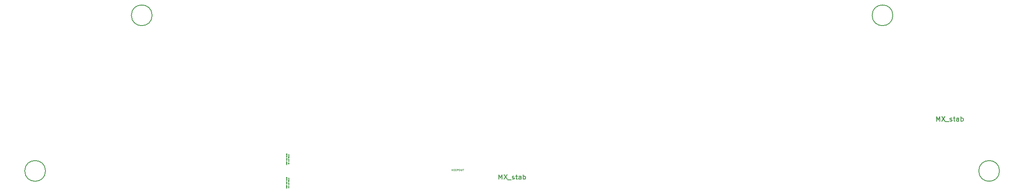
<source format=gbr>
%TF.GenerationSoftware,KiCad,Pcbnew,(7.0.0)*%
%TF.CreationDate,2024-03-02T19:04:11+01:00*%
%TF.ProjectId,kicad_tsuru,6b696361-645f-4747-9375-72752e6b6963,rev?*%
%TF.SameCoordinates,Original*%
%TF.FileFunction,Other,Comment*%
%FSLAX46Y46*%
G04 Gerber Fmt 4.6, Leading zero omitted, Abs format (unit mm)*
G04 Created by KiCad (PCBNEW (7.0.0)) date 2024-03-02 19:04:11*
%MOMM*%
%LPD*%
G01*
G04 APERTURE LIST*
%ADD10C,0.150000*%
%ADD11C,0.030000*%
%ADD12C,0.070000*%
G04 APERTURE END LIST*
D10*
%TO.C,S2*%
X237849910Y-70776630D02*
X237849910Y-69776630D01*
X237849910Y-69776630D02*
X238183243Y-70490916D01*
X238183243Y-70490916D02*
X238516576Y-69776630D01*
X238516576Y-69776630D02*
X238516576Y-70776630D01*
X238897529Y-69776630D02*
X239564195Y-70776630D01*
X239564195Y-69776630D02*
X238897529Y-70776630D01*
X239707053Y-70871869D02*
X240468957Y-70871869D01*
X240659434Y-70729011D02*
X240754672Y-70776630D01*
X240754672Y-70776630D02*
X240945148Y-70776630D01*
X240945148Y-70776630D02*
X241040386Y-70729011D01*
X241040386Y-70729011D02*
X241088005Y-70633773D01*
X241088005Y-70633773D02*
X241088005Y-70586154D01*
X241088005Y-70586154D02*
X241040386Y-70490916D01*
X241040386Y-70490916D02*
X240945148Y-70443297D01*
X240945148Y-70443297D02*
X240802291Y-70443297D01*
X240802291Y-70443297D02*
X240707053Y-70395678D01*
X240707053Y-70395678D02*
X240659434Y-70300440D01*
X240659434Y-70300440D02*
X240659434Y-70252821D01*
X240659434Y-70252821D02*
X240707053Y-70157583D01*
X240707053Y-70157583D02*
X240802291Y-70109964D01*
X240802291Y-70109964D02*
X240945148Y-70109964D01*
X240945148Y-70109964D02*
X241040386Y-70157583D01*
X241373720Y-70109964D02*
X241754672Y-70109964D01*
X241516577Y-69776630D02*
X241516577Y-70633773D01*
X241516577Y-70633773D02*
X241564196Y-70729011D01*
X241564196Y-70729011D02*
X241659434Y-70776630D01*
X241659434Y-70776630D02*
X241754672Y-70776630D01*
X242516577Y-70776630D02*
X242516577Y-70252821D01*
X242516577Y-70252821D02*
X242468958Y-70157583D01*
X242468958Y-70157583D02*
X242373720Y-70109964D01*
X242373720Y-70109964D02*
X242183244Y-70109964D01*
X242183244Y-70109964D02*
X242088006Y-70157583D01*
X242516577Y-70729011D02*
X242421339Y-70776630D01*
X242421339Y-70776630D02*
X242183244Y-70776630D01*
X242183244Y-70776630D02*
X242088006Y-70729011D01*
X242088006Y-70729011D02*
X242040387Y-70633773D01*
X242040387Y-70633773D02*
X242040387Y-70538535D01*
X242040387Y-70538535D02*
X242088006Y-70443297D01*
X242088006Y-70443297D02*
X242183244Y-70395678D01*
X242183244Y-70395678D02*
X242421339Y-70395678D01*
X242421339Y-70395678D02*
X242516577Y-70348059D01*
X242992768Y-70776630D02*
X242992768Y-69776630D01*
X242992768Y-70157583D02*
X243088006Y-70109964D01*
X243088006Y-70109964D02*
X243278482Y-70109964D01*
X243278482Y-70109964D02*
X243373720Y-70157583D01*
X243373720Y-70157583D02*
X243421339Y-70205202D01*
X243421339Y-70205202D02*
X243468958Y-70300440D01*
X243468958Y-70300440D02*
X243468958Y-70586154D01*
X243468958Y-70586154D02*
X243421339Y-70681392D01*
X243421339Y-70681392D02*
X243373720Y-70729011D01*
X243373720Y-70729011D02*
X243278482Y-70776630D01*
X243278482Y-70776630D02*
X243088006Y-70776630D01*
X243088006Y-70776630D02*
X242992768Y-70729011D01*
%TO.C,S1*%
X144981160Y-83095630D02*
X144981160Y-82095630D01*
X144981160Y-82095630D02*
X145314493Y-82809916D01*
X145314493Y-82809916D02*
X145647826Y-82095630D01*
X145647826Y-82095630D02*
X145647826Y-83095630D01*
X146028779Y-82095630D02*
X146695445Y-83095630D01*
X146695445Y-82095630D02*
X146028779Y-83095630D01*
X146838303Y-83190869D02*
X147600207Y-83190869D01*
X147790684Y-83048011D02*
X147885922Y-83095630D01*
X147885922Y-83095630D02*
X148076398Y-83095630D01*
X148076398Y-83095630D02*
X148171636Y-83048011D01*
X148171636Y-83048011D02*
X148219255Y-82952773D01*
X148219255Y-82952773D02*
X148219255Y-82905154D01*
X148219255Y-82905154D02*
X148171636Y-82809916D01*
X148171636Y-82809916D02*
X148076398Y-82762297D01*
X148076398Y-82762297D02*
X147933541Y-82762297D01*
X147933541Y-82762297D02*
X147838303Y-82714678D01*
X147838303Y-82714678D02*
X147790684Y-82619440D01*
X147790684Y-82619440D02*
X147790684Y-82571821D01*
X147790684Y-82571821D02*
X147838303Y-82476583D01*
X147838303Y-82476583D02*
X147933541Y-82428964D01*
X147933541Y-82428964D02*
X148076398Y-82428964D01*
X148076398Y-82428964D02*
X148171636Y-82476583D01*
X148504970Y-82428964D02*
X148885922Y-82428964D01*
X148647827Y-82095630D02*
X148647827Y-82952773D01*
X148647827Y-82952773D02*
X148695446Y-83048011D01*
X148695446Y-83048011D02*
X148790684Y-83095630D01*
X148790684Y-83095630D02*
X148885922Y-83095630D01*
X149647827Y-83095630D02*
X149647827Y-82571821D01*
X149647827Y-82571821D02*
X149600208Y-82476583D01*
X149600208Y-82476583D02*
X149504970Y-82428964D01*
X149504970Y-82428964D02*
X149314494Y-82428964D01*
X149314494Y-82428964D02*
X149219256Y-82476583D01*
X149647827Y-83048011D02*
X149552589Y-83095630D01*
X149552589Y-83095630D02*
X149314494Y-83095630D01*
X149314494Y-83095630D02*
X149219256Y-83048011D01*
X149219256Y-83048011D02*
X149171637Y-82952773D01*
X149171637Y-82952773D02*
X149171637Y-82857535D01*
X149171637Y-82857535D02*
X149219256Y-82762297D01*
X149219256Y-82762297D02*
X149314494Y-82714678D01*
X149314494Y-82714678D02*
X149552589Y-82714678D01*
X149552589Y-82714678D02*
X149647827Y-82667059D01*
X150124018Y-83095630D02*
X150124018Y-82095630D01*
X150124018Y-82476583D02*
X150219256Y-82428964D01*
X150219256Y-82428964D02*
X150409732Y-82428964D01*
X150409732Y-82428964D02*
X150504970Y-82476583D01*
X150504970Y-82476583D02*
X150552589Y-82524202D01*
X150552589Y-82524202D02*
X150600208Y-82619440D01*
X150600208Y-82619440D02*
X150600208Y-82905154D01*
X150600208Y-82905154D02*
X150552589Y-83000392D01*
X150552589Y-83000392D02*
X150504970Y-83048011D01*
X150504970Y-83048011D02*
X150409732Y-83095630D01*
X150409732Y-83095630D02*
X150219256Y-83095630D01*
X150219256Y-83095630D02*
X150124018Y-83048011D01*
D11*
%TO.C,SW3*%
X100015351Y-80029344D02*
X99815351Y-80029344D01*
X100015351Y-79915059D02*
X99901065Y-80000773D01*
X99815351Y-79915059D02*
X99929636Y-80029344D01*
X99910589Y-79829344D02*
X99910589Y-79762678D01*
X100015351Y-79734106D02*
X100015351Y-79829344D01*
X100015351Y-79829344D02*
X99815351Y-79829344D01*
X99815351Y-79829344D02*
X99815351Y-79734106D01*
X99910589Y-79648392D02*
X99910589Y-79581726D01*
X100015351Y-79553154D02*
X100015351Y-79648392D01*
X100015351Y-79648392D02*
X99815351Y-79648392D01*
X99815351Y-79648392D02*
X99815351Y-79553154D01*
X100015351Y-79467440D02*
X99815351Y-79467440D01*
X99815351Y-79467440D02*
X99815351Y-79391250D01*
X99815351Y-79391250D02*
X99824875Y-79372202D01*
X99824875Y-79372202D02*
X99834398Y-79362679D01*
X99834398Y-79362679D02*
X99853446Y-79353155D01*
X99853446Y-79353155D02*
X99882017Y-79353155D01*
X99882017Y-79353155D02*
X99901065Y-79362679D01*
X99901065Y-79362679D02*
X99910589Y-79372202D01*
X99910589Y-79372202D02*
X99920113Y-79391250D01*
X99920113Y-79391250D02*
X99920113Y-79467440D01*
X99939160Y-79267440D02*
X99939160Y-79115060D01*
X99815351Y-78981726D02*
X99815351Y-78943631D01*
X99815351Y-78943631D02*
X99824875Y-78924583D01*
X99824875Y-78924583D02*
X99843922Y-78905536D01*
X99843922Y-78905536D02*
X99882017Y-78896012D01*
X99882017Y-78896012D02*
X99948684Y-78896012D01*
X99948684Y-78896012D02*
X99986779Y-78905536D01*
X99986779Y-78905536D02*
X100005827Y-78924583D01*
X100005827Y-78924583D02*
X100015351Y-78943631D01*
X100015351Y-78943631D02*
X100015351Y-78981726D01*
X100015351Y-78981726D02*
X100005827Y-79000774D01*
X100005827Y-79000774D02*
X99986779Y-79019821D01*
X99986779Y-79019821D02*
X99948684Y-79029345D01*
X99948684Y-79029345D02*
X99882017Y-79029345D01*
X99882017Y-79029345D02*
X99843922Y-79019821D01*
X99843922Y-79019821D02*
X99824875Y-79000774D01*
X99824875Y-79000774D02*
X99815351Y-78981726D01*
X99815351Y-78810297D02*
X99977255Y-78810297D01*
X99977255Y-78810297D02*
X99996303Y-78800774D01*
X99996303Y-78800774D02*
X100005827Y-78791250D01*
X100005827Y-78791250D02*
X100015351Y-78772202D01*
X100015351Y-78772202D02*
X100015351Y-78734107D01*
X100015351Y-78734107D02*
X100005827Y-78715059D01*
X100005827Y-78715059D02*
X99996303Y-78705536D01*
X99996303Y-78705536D02*
X99977255Y-78696012D01*
X99977255Y-78696012D02*
X99815351Y-78696012D01*
X99815351Y-78629345D02*
X99815351Y-78515059D01*
X100015351Y-78572202D02*
X99815351Y-78572202D01*
X99815351Y-78347440D02*
X99815351Y-78214107D01*
X99815351Y-78214107D02*
X100015351Y-78347440D01*
X100015351Y-78347440D02*
X100015351Y-78214107D01*
X99815351Y-78099821D02*
X99815351Y-78061726D01*
X99815351Y-78061726D02*
X99824875Y-78042678D01*
X99824875Y-78042678D02*
X99843922Y-78023631D01*
X99843922Y-78023631D02*
X99882017Y-78014107D01*
X99882017Y-78014107D02*
X99948684Y-78014107D01*
X99948684Y-78014107D02*
X99986779Y-78023631D01*
X99986779Y-78023631D02*
X100005827Y-78042678D01*
X100005827Y-78042678D02*
X100015351Y-78061726D01*
X100015351Y-78061726D02*
X100015351Y-78099821D01*
X100015351Y-78099821D02*
X100005827Y-78118869D01*
X100005827Y-78118869D02*
X99986779Y-78137916D01*
X99986779Y-78137916D02*
X99948684Y-78147440D01*
X99948684Y-78147440D02*
X99882017Y-78147440D01*
X99882017Y-78147440D02*
X99843922Y-78137916D01*
X99843922Y-78137916D02*
X99824875Y-78118869D01*
X99824875Y-78118869D02*
X99815351Y-78099821D01*
X100015351Y-77928392D02*
X99815351Y-77928392D01*
X99815351Y-77928392D02*
X100015351Y-77814107D01*
X100015351Y-77814107D02*
X99815351Y-77814107D01*
X99910589Y-77718868D02*
X99910589Y-77652202D01*
X100015351Y-77623630D02*
X100015351Y-77718868D01*
X100015351Y-77718868D02*
X99815351Y-77718868D01*
X99815351Y-77718868D02*
X99815351Y-77623630D01*
X100415351Y-84879821D02*
X100215351Y-84879821D01*
X100215351Y-84879821D02*
X100415351Y-84765536D01*
X100415351Y-84765536D02*
X100215351Y-84765536D01*
X100415351Y-84641726D02*
X100405827Y-84660774D01*
X100405827Y-84660774D02*
X100396303Y-84670297D01*
X100396303Y-84670297D02*
X100377255Y-84679821D01*
X100377255Y-84679821D02*
X100320113Y-84679821D01*
X100320113Y-84679821D02*
X100301065Y-84670297D01*
X100301065Y-84670297D02*
X100291541Y-84660774D01*
X100291541Y-84660774D02*
X100282017Y-84641726D01*
X100282017Y-84641726D02*
X100282017Y-84613155D01*
X100282017Y-84613155D02*
X100291541Y-84594107D01*
X100291541Y-84594107D02*
X100301065Y-84584583D01*
X100301065Y-84584583D02*
X100320113Y-84575059D01*
X100320113Y-84575059D02*
X100377255Y-84575059D01*
X100377255Y-84575059D02*
X100396303Y-84584583D01*
X100396303Y-84584583D02*
X100405827Y-84594107D01*
X100405827Y-84594107D02*
X100415351Y-84613155D01*
X100415351Y-84613155D02*
X100415351Y-84641726D01*
X100310589Y-84302679D02*
X100310589Y-84369345D01*
X100415351Y-84369345D02*
X100215351Y-84369345D01*
X100215351Y-84369345D02*
X100215351Y-84274107D01*
X100396303Y-84197916D02*
X100405827Y-84188393D01*
X100405827Y-84188393D02*
X100415351Y-84197916D01*
X100415351Y-84197916D02*
X100405827Y-84207440D01*
X100405827Y-84207440D02*
X100396303Y-84197916D01*
X100396303Y-84197916D02*
X100415351Y-84197916D01*
X100396303Y-83988393D02*
X100405827Y-83997917D01*
X100405827Y-83997917D02*
X100415351Y-84026488D01*
X100415351Y-84026488D02*
X100415351Y-84045536D01*
X100415351Y-84045536D02*
X100405827Y-84074107D01*
X100405827Y-84074107D02*
X100386779Y-84093155D01*
X100386779Y-84093155D02*
X100367732Y-84102678D01*
X100367732Y-84102678D02*
X100329636Y-84112202D01*
X100329636Y-84112202D02*
X100301065Y-84112202D01*
X100301065Y-84112202D02*
X100262970Y-84102678D01*
X100262970Y-84102678D02*
X100243922Y-84093155D01*
X100243922Y-84093155D02*
X100224875Y-84074107D01*
X100224875Y-84074107D02*
X100215351Y-84045536D01*
X100215351Y-84045536D02*
X100215351Y-84026488D01*
X100215351Y-84026488D02*
X100224875Y-83997917D01*
X100224875Y-83997917D02*
X100234398Y-83988393D01*
X100282017Y-83816964D02*
X100415351Y-83816964D01*
X100282017Y-83902678D02*
X100386779Y-83902678D01*
X100386779Y-83902678D02*
X100405827Y-83893155D01*
X100405827Y-83893155D02*
X100415351Y-83874107D01*
X100415351Y-83874107D02*
X100415351Y-83845536D01*
X100415351Y-83845536D02*
X100405827Y-83826488D01*
X100405827Y-83826488D02*
X100396303Y-83816964D01*
X100282017Y-83630298D02*
X100282017Y-83554107D01*
X100215351Y-83601726D02*
X100386779Y-83601726D01*
X100386779Y-83601726D02*
X100405827Y-83592203D01*
X100405827Y-83592203D02*
X100415351Y-83573155D01*
X100415351Y-83573155D02*
X100415351Y-83554107D01*
X100415351Y-83487440D02*
X100282017Y-83487440D01*
X100320113Y-83487440D02*
X100301065Y-83477917D01*
X100301065Y-83477917D02*
X100291541Y-83468393D01*
X100291541Y-83468393D02*
X100282017Y-83449345D01*
X100282017Y-83449345D02*
X100282017Y-83430298D01*
X100415351Y-83277916D02*
X100310589Y-83277916D01*
X100310589Y-83277916D02*
X100291541Y-83287440D01*
X100291541Y-83287440D02*
X100282017Y-83306488D01*
X100282017Y-83306488D02*
X100282017Y-83344583D01*
X100282017Y-83344583D02*
X100291541Y-83363630D01*
X100405827Y-83277916D02*
X100415351Y-83296964D01*
X100415351Y-83296964D02*
X100415351Y-83344583D01*
X100415351Y-83344583D02*
X100405827Y-83363630D01*
X100405827Y-83363630D02*
X100386779Y-83373154D01*
X100386779Y-83373154D02*
X100367732Y-83373154D01*
X100367732Y-83373154D02*
X100348684Y-83363630D01*
X100348684Y-83363630D02*
X100339160Y-83344583D01*
X100339160Y-83344583D02*
X100339160Y-83296964D01*
X100339160Y-83296964D02*
X100329636Y-83277916D01*
X100405827Y-83096964D02*
X100415351Y-83116012D01*
X100415351Y-83116012D02*
X100415351Y-83154107D01*
X100415351Y-83154107D02*
X100405827Y-83173155D01*
X100405827Y-83173155D02*
X100396303Y-83182678D01*
X100396303Y-83182678D02*
X100377255Y-83192202D01*
X100377255Y-83192202D02*
X100320113Y-83192202D01*
X100320113Y-83192202D02*
X100301065Y-83182678D01*
X100301065Y-83182678D02*
X100291541Y-83173155D01*
X100291541Y-83173155D02*
X100282017Y-83154107D01*
X100282017Y-83154107D02*
X100282017Y-83116012D01*
X100282017Y-83116012D02*
X100291541Y-83096964D01*
X100415351Y-83011249D02*
X100215351Y-83011249D01*
X100339160Y-82992202D02*
X100415351Y-82935059D01*
X100282017Y-82935059D02*
X100358208Y-83011249D01*
X100405827Y-82858868D02*
X100415351Y-82839821D01*
X100415351Y-82839821D02*
X100415351Y-82801725D01*
X100415351Y-82801725D02*
X100405827Y-82782678D01*
X100405827Y-82782678D02*
X100386779Y-82773154D01*
X100386779Y-82773154D02*
X100377255Y-82773154D01*
X100377255Y-82773154D02*
X100358208Y-82782678D01*
X100358208Y-82782678D02*
X100348684Y-82801725D01*
X100348684Y-82801725D02*
X100348684Y-82830297D01*
X100348684Y-82830297D02*
X100339160Y-82849344D01*
X100339160Y-82849344D02*
X100320113Y-82858868D01*
X100320113Y-82858868D02*
X100310589Y-82858868D01*
X100310589Y-82858868D02*
X100291541Y-82849344D01*
X100291541Y-82849344D02*
X100282017Y-82830297D01*
X100282017Y-82830297D02*
X100282017Y-82801725D01*
X100282017Y-82801725D02*
X100291541Y-82782678D01*
X100015351Y-85029344D02*
X99815351Y-85029344D01*
X100015351Y-84915059D02*
X99901065Y-85000773D01*
X99815351Y-84915059D02*
X99929636Y-85029344D01*
X99910589Y-84829344D02*
X99910589Y-84762678D01*
X100015351Y-84734106D02*
X100015351Y-84829344D01*
X100015351Y-84829344D02*
X99815351Y-84829344D01*
X99815351Y-84829344D02*
X99815351Y-84734106D01*
X99910589Y-84648392D02*
X99910589Y-84581726D01*
X100015351Y-84553154D02*
X100015351Y-84648392D01*
X100015351Y-84648392D02*
X99815351Y-84648392D01*
X99815351Y-84648392D02*
X99815351Y-84553154D01*
X100015351Y-84467440D02*
X99815351Y-84467440D01*
X99815351Y-84467440D02*
X99815351Y-84391250D01*
X99815351Y-84391250D02*
X99824875Y-84372202D01*
X99824875Y-84372202D02*
X99834398Y-84362679D01*
X99834398Y-84362679D02*
X99853446Y-84353155D01*
X99853446Y-84353155D02*
X99882017Y-84353155D01*
X99882017Y-84353155D02*
X99901065Y-84362679D01*
X99901065Y-84362679D02*
X99910589Y-84372202D01*
X99910589Y-84372202D02*
X99920113Y-84391250D01*
X99920113Y-84391250D02*
X99920113Y-84467440D01*
X99939160Y-84267440D02*
X99939160Y-84115060D01*
X99815351Y-83981726D02*
X99815351Y-83943631D01*
X99815351Y-83943631D02*
X99824875Y-83924583D01*
X99824875Y-83924583D02*
X99843922Y-83905536D01*
X99843922Y-83905536D02*
X99882017Y-83896012D01*
X99882017Y-83896012D02*
X99948684Y-83896012D01*
X99948684Y-83896012D02*
X99986779Y-83905536D01*
X99986779Y-83905536D02*
X100005827Y-83924583D01*
X100005827Y-83924583D02*
X100015351Y-83943631D01*
X100015351Y-83943631D02*
X100015351Y-83981726D01*
X100015351Y-83981726D02*
X100005827Y-84000774D01*
X100005827Y-84000774D02*
X99986779Y-84019821D01*
X99986779Y-84019821D02*
X99948684Y-84029345D01*
X99948684Y-84029345D02*
X99882017Y-84029345D01*
X99882017Y-84029345D02*
X99843922Y-84019821D01*
X99843922Y-84019821D02*
X99824875Y-84000774D01*
X99824875Y-84000774D02*
X99815351Y-83981726D01*
X99815351Y-83810297D02*
X99977255Y-83810297D01*
X99977255Y-83810297D02*
X99996303Y-83800774D01*
X99996303Y-83800774D02*
X100005827Y-83791250D01*
X100005827Y-83791250D02*
X100015351Y-83772202D01*
X100015351Y-83772202D02*
X100015351Y-83734107D01*
X100015351Y-83734107D02*
X100005827Y-83715059D01*
X100005827Y-83715059D02*
X99996303Y-83705536D01*
X99996303Y-83705536D02*
X99977255Y-83696012D01*
X99977255Y-83696012D02*
X99815351Y-83696012D01*
X99815351Y-83629345D02*
X99815351Y-83515059D01*
X100015351Y-83572202D02*
X99815351Y-83572202D01*
X99815351Y-83347440D02*
X99815351Y-83214107D01*
X99815351Y-83214107D02*
X100015351Y-83347440D01*
X100015351Y-83347440D02*
X100015351Y-83214107D01*
X99815351Y-83099821D02*
X99815351Y-83061726D01*
X99815351Y-83061726D02*
X99824875Y-83042678D01*
X99824875Y-83042678D02*
X99843922Y-83023631D01*
X99843922Y-83023631D02*
X99882017Y-83014107D01*
X99882017Y-83014107D02*
X99948684Y-83014107D01*
X99948684Y-83014107D02*
X99986779Y-83023631D01*
X99986779Y-83023631D02*
X100005827Y-83042678D01*
X100005827Y-83042678D02*
X100015351Y-83061726D01*
X100015351Y-83061726D02*
X100015351Y-83099821D01*
X100015351Y-83099821D02*
X100005827Y-83118869D01*
X100005827Y-83118869D02*
X99986779Y-83137916D01*
X99986779Y-83137916D02*
X99948684Y-83147440D01*
X99948684Y-83147440D02*
X99882017Y-83147440D01*
X99882017Y-83147440D02*
X99843922Y-83137916D01*
X99843922Y-83137916D02*
X99824875Y-83118869D01*
X99824875Y-83118869D02*
X99815351Y-83099821D01*
X100015351Y-82928392D02*
X99815351Y-82928392D01*
X99815351Y-82928392D02*
X100015351Y-82814107D01*
X100015351Y-82814107D02*
X99815351Y-82814107D01*
X99910589Y-82718868D02*
X99910589Y-82652202D01*
X100015351Y-82623630D02*
X100015351Y-82718868D01*
X100015351Y-82718868D02*
X99815351Y-82718868D01*
X99815351Y-82718868D02*
X99815351Y-82623630D01*
X100415351Y-79879821D02*
X100215351Y-79879821D01*
X100215351Y-79879821D02*
X100415351Y-79765536D01*
X100415351Y-79765536D02*
X100215351Y-79765536D01*
X100415351Y-79641726D02*
X100405827Y-79660774D01*
X100405827Y-79660774D02*
X100396303Y-79670297D01*
X100396303Y-79670297D02*
X100377255Y-79679821D01*
X100377255Y-79679821D02*
X100320113Y-79679821D01*
X100320113Y-79679821D02*
X100301065Y-79670297D01*
X100301065Y-79670297D02*
X100291541Y-79660774D01*
X100291541Y-79660774D02*
X100282017Y-79641726D01*
X100282017Y-79641726D02*
X100282017Y-79613155D01*
X100282017Y-79613155D02*
X100291541Y-79594107D01*
X100291541Y-79594107D02*
X100301065Y-79584583D01*
X100301065Y-79584583D02*
X100320113Y-79575059D01*
X100320113Y-79575059D02*
X100377255Y-79575059D01*
X100377255Y-79575059D02*
X100396303Y-79584583D01*
X100396303Y-79584583D02*
X100405827Y-79594107D01*
X100405827Y-79594107D02*
X100415351Y-79613155D01*
X100415351Y-79613155D02*
X100415351Y-79641726D01*
X100310589Y-79302679D02*
X100310589Y-79369345D01*
X100415351Y-79369345D02*
X100215351Y-79369345D01*
X100215351Y-79369345D02*
X100215351Y-79274107D01*
X100396303Y-79197916D02*
X100405827Y-79188393D01*
X100405827Y-79188393D02*
X100415351Y-79197916D01*
X100415351Y-79197916D02*
X100405827Y-79207440D01*
X100405827Y-79207440D02*
X100396303Y-79197916D01*
X100396303Y-79197916D02*
X100415351Y-79197916D01*
X100396303Y-78988393D02*
X100405827Y-78997917D01*
X100405827Y-78997917D02*
X100415351Y-79026488D01*
X100415351Y-79026488D02*
X100415351Y-79045536D01*
X100415351Y-79045536D02*
X100405827Y-79074107D01*
X100405827Y-79074107D02*
X100386779Y-79093155D01*
X100386779Y-79093155D02*
X100367732Y-79102678D01*
X100367732Y-79102678D02*
X100329636Y-79112202D01*
X100329636Y-79112202D02*
X100301065Y-79112202D01*
X100301065Y-79112202D02*
X100262970Y-79102678D01*
X100262970Y-79102678D02*
X100243922Y-79093155D01*
X100243922Y-79093155D02*
X100224875Y-79074107D01*
X100224875Y-79074107D02*
X100215351Y-79045536D01*
X100215351Y-79045536D02*
X100215351Y-79026488D01*
X100215351Y-79026488D02*
X100224875Y-78997917D01*
X100224875Y-78997917D02*
X100234398Y-78988393D01*
X100282017Y-78816964D02*
X100415351Y-78816964D01*
X100282017Y-78902678D02*
X100386779Y-78902678D01*
X100386779Y-78902678D02*
X100405827Y-78893155D01*
X100405827Y-78893155D02*
X100415351Y-78874107D01*
X100415351Y-78874107D02*
X100415351Y-78845536D01*
X100415351Y-78845536D02*
X100405827Y-78826488D01*
X100405827Y-78826488D02*
X100396303Y-78816964D01*
X100282017Y-78630298D02*
X100282017Y-78554107D01*
X100215351Y-78601726D02*
X100386779Y-78601726D01*
X100386779Y-78601726D02*
X100405827Y-78592203D01*
X100405827Y-78592203D02*
X100415351Y-78573155D01*
X100415351Y-78573155D02*
X100415351Y-78554107D01*
X100415351Y-78487440D02*
X100282017Y-78487440D01*
X100320113Y-78487440D02*
X100301065Y-78477917D01*
X100301065Y-78477917D02*
X100291541Y-78468393D01*
X100291541Y-78468393D02*
X100282017Y-78449345D01*
X100282017Y-78449345D02*
X100282017Y-78430298D01*
X100415351Y-78277916D02*
X100310589Y-78277916D01*
X100310589Y-78277916D02*
X100291541Y-78287440D01*
X100291541Y-78287440D02*
X100282017Y-78306488D01*
X100282017Y-78306488D02*
X100282017Y-78344583D01*
X100282017Y-78344583D02*
X100291541Y-78363630D01*
X100405827Y-78277916D02*
X100415351Y-78296964D01*
X100415351Y-78296964D02*
X100415351Y-78344583D01*
X100415351Y-78344583D02*
X100405827Y-78363630D01*
X100405827Y-78363630D02*
X100386779Y-78373154D01*
X100386779Y-78373154D02*
X100367732Y-78373154D01*
X100367732Y-78373154D02*
X100348684Y-78363630D01*
X100348684Y-78363630D02*
X100339160Y-78344583D01*
X100339160Y-78344583D02*
X100339160Y-78296964D01*
X100339160Y-78296964D02*
X100329636Y-78277916D01*
X100405827Y-78096964D02*
X100415351Y-78116012D01*
X100415351Y-78116012D02*
X100415351Y-78154107D01*
X100415351Y-78154107D02*
X100405827Y-78173155D01*
X100405827Y-78173155D02*
X100396303Y-78182678D01*
X100396303Y-78182678D02*
X100377255Y-78192202D01*
X100377255Y-78192202D02*
X100320113Y-78192202D01*
X100320113Y-78192202D02*
X100301065Y-78182678D01*
X100301065Y-78182678D02*
X100291541Y-78173155D01*
X100291541Y-78173155D02*
X100282017Y-78154107D01*
X100282017Y-78154107D02*
X100282017Y-78116012D01*
X100282017Y-78116012D02*
X100291541Y-78096964D01*
X100415351Y-78011249D02*
X100215351Y-78011249D01*
X100339160Y-77992202D02*
X100415351Y-77935059D01*
X100282017Y-77935059D02*
X100358208Y-78011249D01*
X100405827Y-77858868D02*
X100415351Y-77839821D01*
X100415351Y-77839821D02*
X100415351Y-77801725D01*
X100415351Y-77801725D02*
X100405827Y-77782678D01*
X100405827Y-77782678D02*
X100386779Y-77773154D01*
X100386779Y-77773154D02*
X100377255Y-77773154D01*
X100377255Y-77773154D02*
X100358208Y-77782678D01*
X100358208Y-77782678D02*
X100348684Y-77801725D01*
X100348684Y-77801725D02*
X100348684Y-77830297D01*
X100348684Y-77830297D02*
X100339160Y-77849344D01*
X100339160Y-77849344D02*
X100320113Y-77858868D01*
X100320113Y-77858868D02*
X100310589Y-77858868D01*
X100310589Y-77858868D02*
X100291541Y-77849344D01*
X100291541Y-77849344D02*
X100282017Y-77830297D01*
X100282017Y-77830297D02*
X100282017Y-77801725D01*
X100282017Y-77801725D02*
X100291541Y-77782678D01*
D12*
%TO.C,J2*%
X134940029Y-81319452D02*
X134940029Y-80919452D01*
X135168600Y-81319452D02*
X134997171Y-81090880D01*
X135168600Y-80919452D02*
X134940029Y-81148023D01*
X135340029Y-81109928D02*
X135473362Y-81109928D01*
X135530505Y-81319452D02*
X135340029Y-81319452D01*
X135340029Y-81319452D02*
X135340029Y-80919452D01*
X135340029Y-80919452D02*
X135530505Y-80919452D01*
X135701934Y-81109928D02*
X135835267Y-81109928D01*
X135892410Y-81319452D02*
X135701934Y-81319452D01*
X135701934Y-81319452D02*
X135701934Y-80919452D01*
X135701934Y-80919452D02*
X135892410Y-80919452D01*
X136063839Y-81319452D02*
X136063839Y-80919452D01*
X136063839Y-80919452D02*
X136216220Y-80919452D01*
X136216220Y-80919452D02*
X136254315Y-80938500D01*
X136254315Y-80938500D02*
X136273362Y-80957547D01*
X136273362Y-80957547D02*
X136292410Y-80995642D01*
X136292410Y-80995642D02*
X136292410Y-81052785D01*
X136292410Y-81052785D02*
X136273362Y-81090880D01*
X136273362Y-81090880D02*
X136254315Y-81109928D01*
X136254315Y-81109928D02*
X136216220Y-81128976D01*
X136216220Y-81128976D02*
X136063839Y-81128976D01*
X136540029Y-80919452D02*
X136616220Y-80919452D01*
X136616220Y-80919452D02*
X136654315Y-80938500D01*
X136654315Y-80938500D02*
X136692410Y-80976595D01*
X136692410Y-80976595D02*
X136711458Y-81052785D01*
X136711458Y-81052785D02*
X136711458Y-81186119D01*
X136711458Y-81186119D02*
X136692410Y-81262309D01*
X136692410Y-81262309D02*
X136654315Y-81300404D01*
X136654315Y-81300404D02*
X136616220Y-81319452D01*
X136616220Y-81319452D02*
X136540029Y-81319452D01*
X136540029Y-81319452D02*
X136501934Y-81300404D01*
X136501934Y-81300404D02*
X136463839Y-81262309D01*
X136463839Y-81262309D02*
X136444791Y-81186119D01*
X136444791Y-81186119D02*
X136444791Y-81052785D01*
X136444791Y-81052785D02*
X136463839Y-80976595D01*
X136463839Y-80976595D02*
X136501934Y-80938500D01*
X136501934Y-80938500D02*
X136540029Y-80919452D01*
X136882887Y-80919452D02*
X136882887Y-81243261D01*
X136882887Y-81243261D02*
X136901934Y-81281357D01*
X136901934Y-81281357D02*
X136920982Y-81300404D01*
X136920982Y-81300404D02*
X136959077Y-81319452D01*
X136959077Y-81319452D02*
X137035268Y-81319452D01*
X137035268Y-81319452D02*
X137073363Y-81300404D01*
X137073363Y-81300404D02*
X137092410Y-81281357D01*
X137092410Y-81281357D02*
X137111458Y-81243261D01*
X137111458Y-81243261D02*
X137111458Y-80919452D01*
X137244792Y-80919452D02*
X137473363Y-80919452D01*
X137359077Y-81319452D02*
X137359077Y-80919452D01*
D10*
%TO.C,H3*%
X48763735Y-81331322D02*
G75*
G03*
X48763735Y-81331322I-2200000J0D01*
G01*
%TO.C,H1*%
X71385667Y-48291395D02*
G75*
G03*
X71385667Y-48291395I-2200000J0D01*
G01*
%TO.C,H2*%
X228548563Y-48291395D02*
G75*
G03*
X228548563Y-48291395I-2200000J0D01*
G01*
%TO.C,H4*%
X251170495Y-81331322D02*
G75*
G03*
X251170495Y-81331322I-2200000J0D01*
G01*
%TD*%
M02*

</source>
